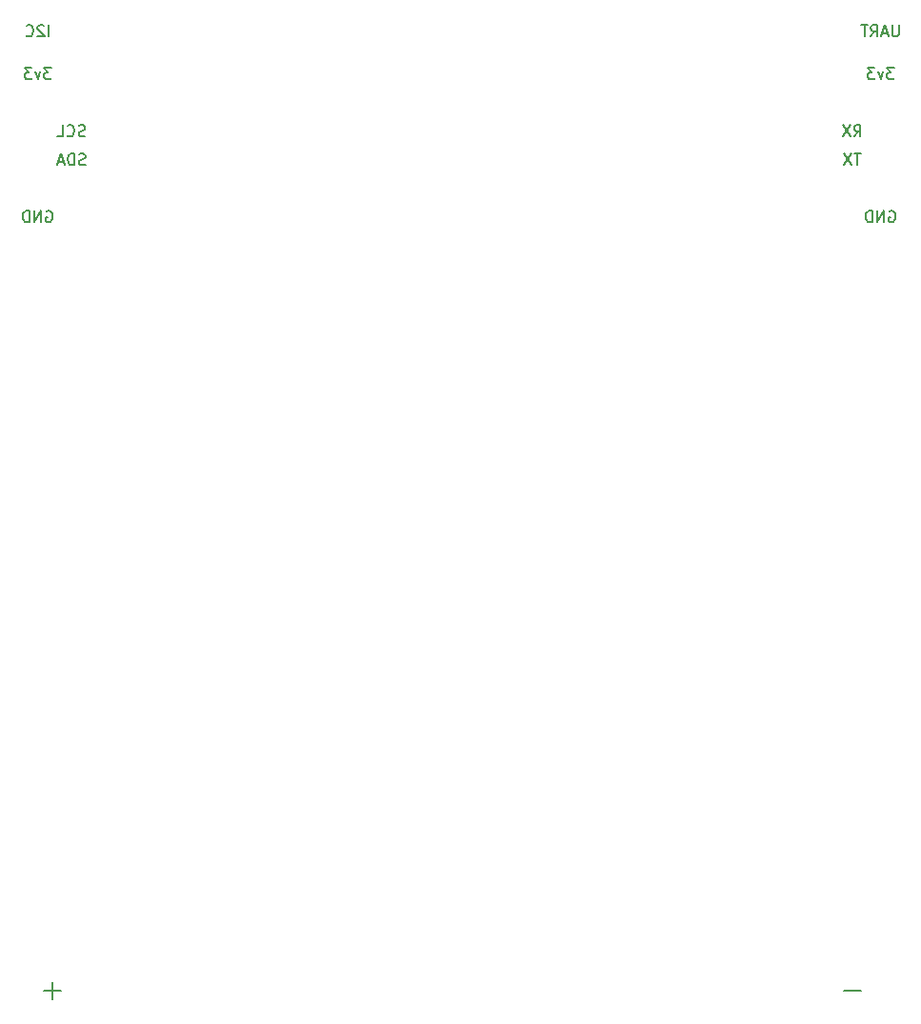
<source format=gbr>
G04 #@! TF.GenerationSoftware,KiCad,Pcbnew,5.1.4-e60b266~84~ubuntu19.04.1*
G04 #@! TF.CreationDate,2019-11-21T14:49:26-05:00*
G04 #@! TF.ProjectId,Esp32Badge-v1,45737033-3242-4616-9467-652d76312e6b,1*
G04 #@! TF.SameCoordinates,Original*
G04 #@! TF.FileFunction,Legend,Bot*
G04 #@! TF.FilePolarity,Positive*
%FSLAX46Y46*%
G04 Gerber Fmt 4.6, Leading zero omitted, Abs format (unit mm)*
G04 Created by KiCad (PCBNEW 5.1.4-e60b266~84~ubuntu19.04.1) date 2019-11-21 14:49:26*
%MOMM*%
%LPD*%
G04 APERTURE LIST*
%ADD10C,0.150000*%
G04 APERTURE END LIST*
D10*
X175585238Y-54062380D02*
X175585238Y-54871904D01*
X175537619Y-54967142D01*
X175490000Y-55014761D01*
X175394761Y-55062380D01*
X175204285Y-55062380D01*
X175109047Y-55014761D01*
X175061428Y-54967142D01*
X175013809Y-54871904D01*
X175013809Y-54062380D01*
X174585238Y-54776666D02*
X174109047Y-54776666D01*
X174680476Y-55062380D02*
X174347142Y-54062380D01*
X174013809Y-55062380D01*
X173109047Y-55062380D02*
X173442380Y-54586190D01*
X173680476Y-55062380D02*
X173680476Y-54062380D01*
X173299523Y-54062380D01*
X173204285Y-54110000D01*
X173156666Y-54157619D01*
X173109047Y-54252857D01*
X173109047Y-54395714D01*
X173156666Y-54490952D01*
X173204285Y-54538571D01*
X173299523Y-54586190D01*
X173680476Y-54586190D01*
X172823333Y-54062380D02*
X172251904Y-54062380D01*
X172537619Y-55062380D02*
X172537619Y-54062380D01*
X100036190Y-55062380D02*
X100036190Y-54062380D01*
X99607619Y-54157619D02*
X99560000Y-54110000D01*
X99464761Y-54062380D01*
X99226666Y-54062380D01*
X99131428Y-54110000D01*
X99083809Y-54157619D01*
X99036190Y-54252857D01*
X99036190Y-54348095D01*
X99083809Y-54490952D01*
X99655238Y-55062380D01*
X99036190Y-55062380D01*
X98036190Y-54967142D02*
X98083809Y-55014761D01*
X98226666Y-55062380D01*
X98321904Y-55062380D01*
X98464761Y-55014761D01*
X98560000Y-54919523D01*
X98607619Y-54824285D01*
X98655238Y-54633809D01*
X98655238Y-54490952D01*
X98607619Y-54300476D01*
X98560000Y-54205238D01*
X98464761Y-54110000D01*
X98321904Y-54062380D01*
X98226666Y-54062380D01*
X98083809Y-54110000D01*
X98036190Y-54157619D01*
X99821904Y-70620000D02*
X99917142Y-70572380D01*
X100060000Y-70572380D01*
X100202857Y-70620000D01*
X100298095Y-70715238D01*
X100345714Y-70810476D01*
X100393333Y-71000952D01*
X100393333Y-71143809D01*
X100345714Y-71334285D01*
X100298095Y-71429523D01*
X100202857Y-71524761D01*
X100060000Y-71572380D01*
X99964761Y-71572380D01*
X99821904Y-71524761D01*
X99774285Y-71477142D01*
X99774285Y-71143809D01*
X99964761Y-71143809D01*
X99345714Y-71572380D02*
X99345714Y-70572380D01*
X98774285Y-71572380D01*
X98774285Y-70572380D01*
X98298095Y-71572380D02*
X98298095Y-70572380D01*
X98060000Y-70572380D01*
X97917142Y-70620000D01*
X97821904Y-70715238D01*
X97774285Y-70810476D01*
X97726666Y-71000952D01*
X97726666Y-71143809D01*
X97774285Y-71334285D01*
X97821904Y-71429523D01*
X97917142Y-71524761D01*
X98060000Y-71572380D01*
X98298095Y-71572380D01*
X103284285Y-66444761D02*
X103141428Y-66492380D01*
X102903333Y-66492380D01*
X102808095Y-66444761D01*
X102760476Y-66397142D01*
X102712857Y-66301904D01*
X102712857Y-66206666D01*
X102760476Y-66111428D01*
X102808095Y-66063809D01*
X102903333Y-66016190D01*
X103093809Y-65968571D01*
X103189047Y-65920952D01*
X103236666Y-65873333D01*
X103284285Y-65778095D01*
X103284285Y-65682857D01*
X103236666Y-65587619D01*
X103189047Y-65540000D01*
X103093809Y-65492380D01*
X102855714Y-65492380D01*
X102712857Y-65540000D01*
X102284285Y-66492380D02*
X102284285Y-65492380D01*
X102046190Y-65492380D01*
X101903333Y-65540000D01*
X101808095Y-65635238D01*
X101760476Y-65730476D01*
X101712857Y-65920952D01*
X101712857Y-66063809D01*
X101760476Y-66254285D01*
X101808095Y-66349523D01*
X101903333Y-66444761D01*
X102046190Y-66492380D01*
X102284285Y-66492380D01*
X101331904Y-66206666D02*
X100855714Y-66206666D01*
X101427142Y-66492380D02*
X101093809Y-65492380D01*
X100760476Y-66492380D01*
X103260476Y-63904761D02*
X103117619Y-63952380D01*
X102879523Y-63952380D01*
X102784285Y-63904761D01*
X102736666Y-63857142D01*
X102689047Y-63761904D01*
X102689047Y-63666666D01*
X102736666Y-63571428D01*
X102784285Y-63523809D01*
X102879523Y-63476190D01*
X103070000Y-63428571D01*
X103165238Y-63380952D01*
X103212857Y-63333333D01*
X103260476Y-63238095D01*
X103260476Y-63142857D01*
X103212857Y-63047619D01*
X103165238Y-63000000D01*
X103070000Y-62952380D01*
X102831904Y-62952380D01*
X102689047Y-63000000D01*
X101689047Y-63857142D02*
X101736666Y-63904761D01*
X101879523Y-63952380D01*
X101974761Y-63952380D01*
X102117619Y-63904761D01*
X102212857Y-63809523D01*
X102260476Y-63714285D01*
X102308095Y-63523809D01*
X102308095Y-63380952D01*
X102260476Y-63190476D01*
X102212857Y-63095238D01*
X102117619Y-63000000D01*
X101974761Y-62952380D01*
X101879523Y-62952380D01*
X101736666Y-63000000D01*
X101689047Y-63047619D01*
X100784285Y-63952380D02*
X101260476Y-63952380D01*
X101260476Y-62952380D01*
X100250476Y-57872380D02*
X99631428Y-57872380D01*
X99964761Y-58253333D01*
X99821904Y-58253333D01*
X99726666Y-58300952D01*
X99679047Y-58348571D01*
X99631428Y-58443809D01*
X99631428Y-58681904D01*
X99679047Y-58777142D01*
X99726666Y-58824761D01*
X99821904Y-58872380D01*
X100107619Y-58872380D01*
X100202857Y-58824761D01*
X100250476Y-58777142D01*
X99298095Y-58205714D02*
X99060000Y-58872380D01*
X98821904Y-58205714D01*
X98536190Y-57872380D02*
X97917142Y-57872380D01*
X98250476Y-58253333D01*
X98107619Y-58253333D01*
X98012380Y-58300952D01*
X97964761Y-58348571D01*
X97917142Y-58443809D01*
X97917142Y-58681904D01*
X97964761Y-58777142D01*
X98012380Y-58824761D01*
X98107619Y-58872380D01*
X98393333Y-58872380D01*
X98488571Y-58824761D01*
X98536190Y-58777142D01*
X174751904Y-70620000D02*
X174847142Y-70572380D01*
X174990000Y-70572380D01*
X175132857Y-70620000D01*
X175228095Y-70715238D01*
X175275714Y-70810476D01*
X175323333Y-71000952D01*
X175323333Y-71143809D01*
X175275714Y-71334285D01*
X175228095Y-71429523D01*
X175132857Y-71524761D01*
X174990000Y-71572380D01*
X174894761Y-71572380D01*
X174751904Y-71524761D01*
X174704285Y-71477142D01*
X174704285Y-71143809D01*
X174894761Y-71143809D01*
X174275714Y-71572380D02*
X174275714Y-70572380D01*
X173704285Y-71572380D01*
X173704285Y-70572380D01*
X173228095Y-71572380D02*
X173228095Y-70572380D01*
X172990000Y-70572380D01*
X172847142Y-70620000D01*
X172751904Y-70715238D01*
X172704285Y-70810476D01*
X172656666Y-71000952D01*
X172656666Y-71143809D01*
X172704285Y-71334285D01*
X172751904Y-71429523D01*
X172847142Y-71524761D01*
X172990000Y-71572380D01*
X173228095Y-71572380D01*
X175180476Y-57872380D02*
X174561428Y-57872380D01*
X174894761Y-58253333D01*
X174751904Y-58253333D01*
X174656666Y-58300952D01*
X174609047Y-58348571D01*
X174561428Y-58443809D01*
X174561428Y-58681904D01*
X174609047Y-58777142D01*
X174656666Y-58824761D01*
X174751904Y-58872380D01*
X175037619Y-58872380D01*
X175132857Y-58824761D01*
X175180476Y-58777142D01*
X174228095Y-58205714D02*
X173990000Y-58872380D01*
X173751904Y-58205714D01*
X173466190Y-57872380D02*
X172847142Y-57872380D01*
X173180476Y-58253333D01*
X173037619Y-58253333D01*
X172942380Y-58300952D01*
X172894761Y-58348571D01*
X172847142Y-58443809D01*
X172847142Y-58681904D01*
X172894761Y-58777142D01*
X172942380Y-58824761D01*
X173037619Y-58872380D01*
X173323333Y-58872380D01*
X173418571Y-58824761D01*
X173466190Y-58777142D01*
X172211904Y-65492380D02*
X171640476Y-65492380D01*
X171926190Y-66492380D02*
X171926190Y-65492380D01*
X171402380Y-65492380D02*
X170735714Y-66492380D01*
X170735714Y-65492380D02*
X171402380Y-66492380D01*
X171616666Y-63952380D02*
X171950000Y-63476190D01*
X172188095Y-63952380D02*
X172188095Y-62952380D01*
X171807142Y-62952380D01*
X171711904Y-63000000D01*
X171664285Y-63047619D01*
X171616666Y-63142857D01*
X171616666Y-63285714D01*
X171664285Y-63380952D01*
X171711904Y-63428571D01*
X171807142Y-63476190D01*
X172188095Y-63476190D01*
X171283333Y-62952380D02*
X170616666Y-63952380D01*
X170616666Y-62952380D02*
X171283333Y-63952380D01*
X172211904Y-139842857D02*
X170688095Y-139842857D01*
X101091904Y-139842857D02*
X99568095Y-139842857D01*
X100330000Y-140604761D02*
X100330000Y-139080952D01*
M02*

</source>
